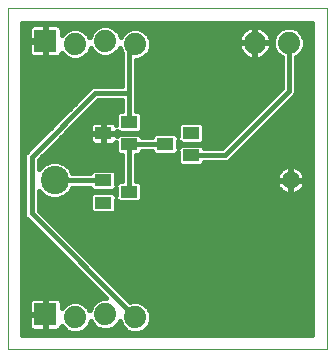
<source format=gtl>
G75*
%MOIN*%
%OFA0B0*%
%FSLAX25Y25*%
%IPPOS*%
%LPD*%
%AMOC8*
5,1,8,0,0,1.08239X$1,22.5*
%
%ADD10C,0.00000*%
%ADD11C,0.05937*%
%ADD12C,0.09449*%
%ADD13R,0.05512X0.03937*%
%ADD14R,0.07400X0.07400*%
%ADD15C,0.07400*%
%ADD16C,0.01600*%
D10*
X0057194Y0051406D02*
X0057194Y0165068D01*
X0163454Y0165068D01*
X0163454Y0051406D01*
X0057194Y0051406D01*
D11*
X0151446Y0107863D03*
D12*
X0072746Y0107863D03*
D13*
X0088965Y0107784D03*
X0088965Y0100304D03*
X0097627Y0104044D03*
X0097587Y0119753D03*
X0097587Y0127233D03*
X0088926Y0123493D03*
X0109635Y0119871D03*
X0118296Y0123611D03*
X0118296Y0116131D03*
D14*
X0069635Y0154229D03*
X0069635Y0063166D03*
D15*
X0079635Y0062166D03*
X0089635Y0063166D03*
X0099635Y0062166D03*
X0099635Y0153229D03*
X0089635Y0154229D03*
X0079635Y0153229D03*
X0139407Y0153650D03*
X0150807Y0153650D03*
D16*
X0150894Y0153563D01*
X0150894Y0137627D01*
X0129398Y0116131D01*
X0118296Y0116131D01*
X0113940Y0115740D02*
X0099987Y0115740D01*
X0099987Y0116184D02*
X0101006Y0116184D01*
X0101943Y0117122D01*
X0101943Y0117471D01*
X0105279Y0117471D01*
X0105279Y0117240D01*
X0106216Y0116302D01*
X0113053Y0116302D01*
X0113940Y0117189D01*
X0113940Y0113499D01*
X0114877Y0112562D01*
X0121715Y0112562D01*
X0122652Y0113499D01*
X0122652Y0113731D01*
X0129876Y0113731D01*
X0130758Y0114096D01*
X0152254Y0135592D01*
X0152929Y0136267D01*
X0153294Y0137149D01*
X0153294Y0148944D01*
X0153809Y0149157D01*
X0155300Y0150648D01*
X0156107Y0152596D01*
X0156107Y0154705D01*
X0155300Y0156653D01*
X0153809Y0158144D01*
X0151861Y0158950D01*
X0149753Y0158950D01*
X0147805Y0158144D01*
X0146314Y0156653D01*
X0145507Y0154705D01*
X0145507Y0152596D01*
X0146314Y0150648D01*
X0147805Y0149157D01*
X0148494Y0148872D01*
X0148494Y0138621D01*
X0128404Y0118531D01*
X0122652Y0118531D01*
X0122652Y0118762D01*
X0121715Y0119699D01*
X0114877Y0119699D01*
X0113991Y0118812D01*
X0113991Y0120929D01*
X0114877Y0120043D01*
X0121715Y0120043D01*
X0122652Y0120980D01*
X0122652Y0126242D01*
X0121715Y0127180D01*
X0114877Y0127180D01*
X0113940Y0126242D01*
X0113940Y0122552D01*
X0113053Y0123439D01*
X0106216Y0123439D01*
X0105279Y0122502D01*
X0105279Y0122271D01*
X0101943Y0122271D01*
X0101943Y0122384D01*
X0101006Y0123321D01*
X0094169Y0123321D01*
X0093482Y0122634D01*
X0093482Y0123309D01*
X0089110Y0123309D01*
X0089110Y0123677D01*
X0088742Y0123677D01*
X0088742Y0127261D01*
X0085933Y0127261D01*
X0085475Y0127139D01*
X0085065Y0126902D01*
X0084730Y0126567D01*
X0084493Y0126156D01*
X0084370Y0125698D01*
X0084370Y0123677D01*
X0088742Y0123677D01*
X0088742Y0123309D01*
X0084370Y0123309D01*
X0084370Y0121287D01*
X0084493Y0120830D01*
X0084730Y0120419D01*
X0085065Y0120084D01*
X0085475Y0119847D01*
X0085933Y0119724D01*
X0088742Y0119724D01*
X0088742Y0123309D01*
X0089110Y0123309D01*
X0089110Y0119724D01*
X0091919Y0119724D01*
X0092377Y0119847D01*
X0092787Y0120084D01*
X0093122Y0120419D01*
X0093231Y0120608D01*
X0093231Y0117122D01*
X0094169Y0116184D01*
X0095187Y0116184D01*
X0095187Y0107613D01*
X0094208Y0107613D01*
X0093321Y0106726D01*
X0093321Y0110415D01*
X0092384Y0111353D01*
X0085547Y0111353D01*
X0084609Y0110415D01*
X0084609Y0110184D01*
X0078630Y0110184D01*
X0078107Y0111445D01*
X0076328Y0113225D01*
X0074004Y0114187D01*
X0071488Y0114187D01*
X0069163Y0113225D01*
X0067468Y0111529D01*
X0067468Y0114585D01*
X0087322Y0134439D01*
X0095187Y0134439D01*
X0095187Y0130802D01*
X0094169Y0130802D01*
X0093231Y0129864D01*
X0093231Y0126377D01*
X0093122Y0126567D01*
X0092787Y0126902D01*
X0092377Y0127139D01*
X0091919Y0127261D01*
X0089110Y0127261D01*
X0089110Y0123677D01*
X0093482Y0123677D01*
X0093482Y0124351D01*
X0094169Y0123665D01*
X0101006Y0123665D01*
X0101943Y0124602D01*
X0101943Y0129864D01*
X0101006Y0130802D01*
X0099987Y0130802D01*
X0099987Y0147929D01*
X0100689Y0147929D01*
X0102637Y0148736D01*
X0104128Y0150227D01*
X0104935Y0152175D01*
X0104935Y0154283D01*
X0104128Y0156231D01*
X0102637Y0157722D01*
X0100689Y0158529D01*
X0098580Y0158529D01*
X0096632Y0157722D01*
X0095142Y0156231D01*
X0094842Y0155508D01*
X0094128Y0157231D01*
X0092637Y0158722D01*
X0090689Y0159529D01*
X0088580Y0159529D01*
X0086632Y0158722D01*
X0085142Y0157231D01*
X0084428Y0155508D01*
X0084128Y0156231D01*
X0082637Y0157722D01*
X0080689Y0158529D01*
X0078580Y0158529D01*
X0076632Y0157722D01*
X0075142Y0156231D01*
X0075135Y0156215D01*
X0075135Y0158166D01*
X0075012Y0158624D01*
X0074775Y0159034D01*
X0074440Y0159369D01*
X0074029Y0159606D01*
X0073572Y0159729D01*
X0069835Y0159729D01*
X0069835Y0154429D01*
X0069435Y0154429D01*
X0069435Y0159729D01*
X0065698Y0159729D01*
X0065240Y0159606D01*
X0064829Y0159369D01*
X0064494Y0159034D01*
X0064257Y0158624D01*
X0064135Y0158166D01*
X0064135Y0154429D01*
X0069435Y0154429D01*
X0069435Y0154029D01*
X0069835Y0154029D01*
X0069835Y0148729D01*
X0073572Y0148729D01*
X0074029Y0148852D01*
X0074440Y0149089D01*
X0074775Y0149424D01*
X0075012Y0149834D01*
X0075127Y0150263D01*
X0075142Y0150227D01*
X0076632Y0148736D01*
X0078580Y0147929D01*
X0080689Y0147929D01*
X0082637Y0148736D01*
X0084128Y0150227D01*
X0084842Y0151951D01*
X0085142Y0151227D01*
X0086632Y0149736D01*
X0088580Y0148929D01*
X0090689Y0148929D01*
X0092637Y0149736D01*
X0094128Y0151227D01*
X0094428Y0151951D01*
X0095142Y0150227D01*
X0095187Y0150181D01*
X0095187Y0139239D01*
X0085850Y0139239D01*
X0084968Y0138874D01*
X0063033Y0116939D01*
X0062668Y0116057D01*
X0062668Y0096256D01*
X0063033Y0095374D01*
X0063708Y0094698D01*
X0089941Y0068466D01*
X0088580Y0068466D01*
X0086632Y0067659D01*
X0085142Y0066168D01*
X0084428Y0064445D01*
X0084128Y0065168D01*
X0082637Y0066659D01*
X0080689Y0067466D01*
X0078580Y0067466D01*
X0076632Y0066659D01*
X0075142Y0065168D01*
X0075135Y0065152D01*
X0075135Y0067103D01*
X0075012Y0067561D01*
X0074775Y0067971D01*
X0074440Y0068306D01*
X0074029Y0068543D01*
X0073572Y0068666D01*
X0069835Y0068666D01*
X0069835Y0063366D01*
X0069435Y0063366D01*
X0069435Y0068666D01*
X0065698Y0068666D01*
X0065240Y0068543D01*
X0064829Y0068306D01*
X0064494Y0067971D01*
X0064257Y0067561D01*
X0064135Y0067103D01*
X0064135Y0063366D01*
X0069435Y0063366D01*
X0069435Y0062966D01*
X0069835Y0062966D01*
X0069835Y0057666D01*
X0073572Y0057666D01*
X0074029Y0057789D01*
X0074440Y0058026D01*
X0074775Y0058361D01*
X0075012Y0058771D01*
X0075127Y0059200D01*
X0075142Y0059164D01*
X0076632Y0057673D01*
X0078580Y0056866D01*
X0080689Y0056866D01*
X0082637Y0057673D01*
X0084128Y0059164D01*
X0084842Y0060888D01*
X0085142Y0060164D01*
X0086632Y0058673D01*
X0088580Y0057866D01*
X0090689Y0057866D01*
X0092637Y0058673D01*
X0094128Y0060164D01*
X0094428Y0060888D01*
X0095142Y0059164D01*
X0096632Y0057673D01*
X0098580Y0056866D01*
X0100689Y0056866D01*
X0102637Y0057673D01*
X0104128Y0059164D01*
X0104935Y0061112D01*
X0104935Y0063220D01*
X0104128Y0065168D01*
X0102637Y0066659D01*
X0100689Y0067466D01*
X0098580Y0067466D01*
X0097978Y0067217D01*
X0067468Y0097727D01*
X0067468Y0104197D01*
X0069163Y0102501D01*
X0071488Y0101539D01*
X0074004Y0101539D01*
X0076328Y0102501D01*
X0078107Y0104280D01*
X0078564Y0105384D01*
X0084609Y0105384D01*
X0084609Y0105153D01*
X0085547Y0104216D01*
X0092384Y0104216D01*
X0093271Y0105103D01*
X0093271Y0102986D01*
X0092384Y0103872D01*
X0085547Y0103872D01*
X0084609Y0102935D01*
X0084609Y0097673D01*
X0085547Y0096735D01*
X0092384Y0096735D01*
X0093321Y0097673D01*
X0093321Y0101362D01*
X0094208Y0100476D01*
X0101045Y0100476D01*
X0101983Y0101413D01*
X0101983Y0106675D01*
X0101045Y0107613D01*
X0099987Y0107613D01*
X0099987Y0116184D01*
X0099987Y0114142D02*
X0113940Y0114142D01*
X0113991Y0118937D02*
X0114116Y0118937D01*
X0113991Y0120536D02*
X0114384Y0120536D01*
X0113940Y0123733D02*
X0101074Y0123733D01*
X0101943Y0125332D02*
X0113940Y0125332D01*
X0114628Y0126930D02*
X0101943Y0126930D01*
X0101943Y0128529D02*
X0138402Y0128529D01*
X0140001Y0130127D02*
X0101681Y0130127D01*
X0099987Y0131726D02*
X0141599Y0131726D01*
X0143198Y0133324D02*
X0099987Y0133324D01*
X0099987Y0134923D02*
X0144796Y0134923D01*
X0146395Y0136521D02*
X0099987Y0136521D01*
X0099987Y0138120D02*
X0147993Y0138120D01*
X0148494Y0139718D02*
X0099987Y0139718D01*
X0099987Y0141317D02*
X0148494Y0141317D01*
X0148494Y0142915D02*
X0099987Y0142915D01*
X0099987Y0144514D02*
X0148494Y0144514D01*
X0148494Y0146112D02*
X0099987Y0146112D01*
X0099987Y0147711D02*
X0148494Y0147711D01*
X0147653Y0149309D02*
X0142789Y0149309D01*
X0142990Y0149455D02*
X0143602Y0150067D01*
X0144111Y0150768D01*
X0144504Y0151539D01*
X0144772Y0152362D01*
X0144907Y0153218D01*
X0144907Y0153466D01*
X0139591Y0153466D01*
X0139591Y0148150D01*
X0139840Y0148150D01*
X0140695Y0148286D01*
X0141518Y0148553D01*
X0142290Y0148946D01*
X0142990Y0149455D01*
X0144182Y0150908D02*
X0146206Y0150908D01*
X0145544Y0152506D02*
X0144794Y0152506D01*
X0144907Y0153835D02*
X0144907Y0154083D01*
X0144772Y0154938D01*
X0144504Y0155762D01*
X0144111Y0156533D01*
X0143602Y0157233D01*
X0142990Y0157846D01*
X0142290Y0158354D01*
X0141518Y0158747D01*
X0140695Y0159015D01*
X0139840Y0159150D01*
X0139591Y0159150D01*
X0139591Y0153835D01*
X0139223Y0153835D01*
X0139223Y0159150D01*
X0138974Y0159150D01*
X0138119Y0159015D01*
X0137296Y0158747D01*
X0136524Y0158354D01*
X0135824Y0157846D01*
X0135212Y0157233D01*
X0134703Y0156533D01*
X0134310Y0155762D01*
X0134043Y0154938D01*
X0133907Y0154083D01*
X0133907Y0153835D01*
X0139223Y0153835D01*
X0139223Y0153466D01*
X0139591Y0153466D01*
X0139591Y0153835D01*
X0144907Y0153835D01*
X0144904Y0154105D02*
X0145507Y0154105D01*
X0145921Y0155703D02*
X0144523Y0155703D01*
X0143534Y0157302D02*
X0146963Y0157302D01*
X0149632Y0158900D02*
X0141048Y0158900D01*
X0139591Y0158900D02*
X0139223Y0158900D01*
X0137766Y0158900D02*
X0092207Y0158900D01*
X0094057Y0157302D02*
X0096212Y0157302D01*
X0094923Y0155703D02*
X0094761Y0155703D01*
X0094860Y0150908D02*
X0093809Y0150908D01*
X0095187Y0149309D02*
X0091606Y0149309D01*
X0095187Y0147711D02*
X0061994Y0147711D01*
X0061994Y0149309D02*
X0064609Y0149309D01*
X0064494Y0149424D02*
X0064829Y0149089D01*
X0065240Y0148852D01*
X0065698Y0148729D01*
X0069435Y0148729D01*
X0069435Y0154029D01*
X0064135Y0154029D01*
X0064135Y0150292D01*
X0064257Y0149834D01*
X0064494Y0149424D01*
X0064135Y0150908D02*
X0061994Y0150908D01*
X0061994Y0152506D02*
X0064135Y0152506D01*
X0061994Y0154105D02*
X0069435Y0154105D01*
X0069435Y0155703D02*
X0069835Y0155703D01*
X0069835Y0157302D02*
X0069435Y0157302D01*
X0069435Y0158900D02*
X0069835Y0158900D01*
X0074852Y0158900D02*
X0087062Y0158900D01*
X0085212Y0157302D02*
X0083057Y0157302D01*
X0084347Y0155703D02*
X0084509Y0155703D01*
X0084410Y0150908D02*
X0085461Y0150908D01*
X0087663Y0149309D02*
X0083210Y0149309D01*
X0076059Y0149309D02*
X0074660Y0149309D01*
X0069835Y0149309D02*
X0069435Y0149309D01*
X0069435Y0150908D02*
X0069835Y0150908D01*
X0069835Y0152506D02*
X0069435Y0152506D01*
X0064135Y0155703D02*
X0061994Y0155703D01*
X0061994Y0157302D02*
X0064135Y0157302D01*
X0064417Y0158900D02*
X0061994Y0158900D01*
X0061994Y0160268D02*
X0158654Y0160268D01*
X0158654Y0056206D01*
X0061994Y0056206D01*
X0061994Y0160268D01*
X0075135Y0157302D02*
X0076212Y0157302D01*
X0061994Y0146112D02*
X0095187Y0146112D01*
X0095187Y0144514D02*
X0061994Y0144514D01*
X0061994Y0142915D02*
X0095187Y0142915D01*
X0095187Y0141317D02*
X0061994Y0141317D01*
X0061994Y0139718D02*
X0095187Y0139718D01*
X0097587Y0136839D02*
X0086328Y0136839D01*
X0065068Y0115580D01*
X0065068Y0096733D01*
X0099635Y0062166D01*
X0103158Y0058194D02*
X0158654Y0058194D01*
X0158654Y0056596D02*
X0061994Y0056596D01*
X0061994Y0058194D02*
X0064661Y0058194D01*
X0064494Y0058361D02*
X0064829Y0058026D01*
X0065240Y0057789D01*
X0065698Y0057666D01*
X0069435Y0057666D01*
X0069435Y0062966D01*
X0064135Y0062966D01*
X0064135Y0059229D01*
X0064257Y0058771D01*
X0064494Y0058361D01*
X0064135Y0059793D02*
X0061994Y0059793D01*
X0061994Y0061391D02*
X0064135Y0061391D01*
X0061994Y0062990D02*
X0069435Y0062990D01*
X0069435Y0064588D02*
X0069835Y0064588D01*
X0069835Y0066187D02*
X0069435Y0066187D01*
X0069435Y0067785D02*
X0069835Y0067785D01*
X0074883Y0067785D02*
X0086936Y0067785D01*
X0085160Y0066187D02*
X0083109Y0066187D01*
X0084368Y0064588D02*
X0084487Y0064588D01*
X0089023Y0069384D02*
X0061994Y0069384D01*
X0061994Y0070982D02*
X0087425Y0070982D01*
X0085826Y0072581D02*
X0061994Y0072581D01*
X0061994Y0074179D02*
X0084228Y0074179D01*
X0082629Y0075778D02*
X0061994Y0075778D01*
X0061994Y0077376D02*
X0081030Y0077376D01*
X0079432Y0078975D02*
X0061994Y0078975D01*
X0061994Y0080573D02*
X0077833Y0080573D01*
X0076235Y0082172D02*
X0061994Y0082172D01*
X0061994Y0083770D02*
X0074636Y0083770D01*
X0073038Y0085369D02*
X0061994Y0085369D01*
X0061994Y0086967D02*
X0071439Y0086967D01*
X0069841Y0088566D02*
X0061994Y0088566D01*
X0061994Y0090164D02*
X0068242Y0090164D01*
X0066644Y0091763D02*
X0061994Y0091763D01*
X0061994Y0093361D02*
X0065045Y0093361D01*
X0063447Y0094960D02*
X0061994Y0094960D01*
X0061994Y0096558D02*
X0062668Y0096558D01*
X0062668Y0098157D02*
X0061994Y0098157D01*
X0061994Y0099755D02*
X0062668Y0099755D01*
X0062668Y0101354D02*
X0061994Y0101354D01*
X0061994Y0102952D02*
X0062668Y0102952D01*
X0062668Y0104551D02*
X0061994Y0104551D01*
X0061994Y0106149D02*
X0062668Y0106149D01*
X0062668Y0107748D02*
X0061994Y0107748D01*
X0061994Y0109346D02*
X0062668Y0109346D01*
X0062668Y0110945D02*
X0061994Y0110945D01*
X0061994Y0112543D02*
X0062668Y0112543D01*
X0062668Y0114142D02*
X0061994Y0114142D01*
X0061994Y0115740D02*
X0062668Y0115740D01*
X0061994Y0117339D02*
X0063433Y0117339D01*
X0061994Y0118937D02*
X0065032Y0118937D01*
X0066630Y0120536D02*
X0061994Y0120536D01*
X0061994Y0122134D02*
X0068229Y0122134D01*
X0069827Y0123733D02*
X0061994Y0123733D01*
X0061994Y0125332D02*
X0071426Y0125332D01*
X0073024Y0126930D02*
X0061994Y0126930D01*
X0061994Y0128529D02*
X0074623Y0128529D01*
X0076221Y0130127D02*
X0061994Y0130127D01*
X0061994Y0131726D02*
X0077820Y0131726D01*
X0079418Y0133324D02*
X0061994Y0133324D01*
X0061994Y0134923D02*
X0081017Y0134923D01*
X0082615Y0136521D02*
X0061994Y0136521D01*
X0061994Y0138120D02*
X0084214Y0138120D01*
X0086206Y0133324D02*
X0095187Y0133324D01*
X0095187Y0131726D02*
X0084608Y0131726D01*
X0083009Y0130127D02*
X0093494Y0130127D01*
X0093231Y0128529D02*
X0081411Y0128529D01*
X0079812Y0126930D02*
X0085114Y0126930D01*
X0084370Y0125332D02*
X0078214Y0125332D01*
X0076615Y0123733D02*
X0084370Y0123733D01*
X0084370Y0122134D02*
X0075017Y0122134D01*
X0073418Y0120536D02*
X0084662Y0120536D01*
X0088742Y0120536D02*
X0089110Y0120536D01*
X0089110Y0122134D02*
X0088742Y0122134D01*
X0088742Y0123733D02*
X0089110Y0123733D01*
X0089110Y0125332D02*
X0088742Y0125332D01*
X0088742Y0126930D02*
X0089110Y0126930D01*
X0092738Y0126930D02*
X0093231Y0126930D01*
X0093482Y0123733D02*
X0094100Y0123733D01*
X0093231Y0120536D02*
X0093190Y0120536D01*
X0093231Y0118937D02*
X0071820Y0118937D01*
X0070221Y0117339D02*
X0093231Y0117339D01*
X0095187Y0115740D02*
X0068623Y0115740D01*
X0067468Y0114142D02*
X0071378Y0114142D01*
X0074113Y0114142D02*
X0095187Y0114142D01*
X0095187Y0112543D02*
X0077009Y0112543D01*
X0078315Y0110945D02*
X0085139Y0110945D01*
X0088965Y0107784D02*
X0072746Y0107784D01*
X0072746Y0107863D01*
X0068482Y0112543D02*
X0067468Y0112543D01*
X0067468Y0102952D02*
X0068712Y0102952D01*
X0067468Y0101354D02*
X0084609Y0101354D01*
X0084627Y0102952D02*
X0076779Y0102952D01*
X0078219Y0104551D02*
X0085212Y0104551D01*
X0084609Y0099755D02*
X0067468Y0099755D01*
X0067468Y0098157D02*
X0084609Y0098157D01*
X0093321Y0098157D02*
X0158654Y0098157D01*
X0158654Y0099755D02*
X0093321Y0099755D01*
X0093321Y0101354D02*
X0093330Y0101354D01*
X0093271Y0104551D02*
X0092719Y0104551D01*
X0093321Y0107748D02*
X0095187Y0107748D01*
X0095187Y0109346D02*
X0093321Y0109346D01*
X0092792Y0110945D02*
X0095187Y0110945D01*
X0099987Y0110945D02*
X0147791Y0110945D01*
X0147808Y0110969D02*
X0147367Y0110362D01*
X0147027Y0109693D01*
X0146795Y0108980D01*
X0146677Y0108238D01*
X0146677Y0108047D01*
X0151261Y0108047D01*
X0151261Y0107679D01*
X0146677Y0107679D01*
X0146677Y0107488D01*
X0146795Y0106746D01*
X0147027Y0106033D01*
X0147367Y0105364D01*
X0147808Y0104757D01*
X0148339Y0104226D01*
X0148946Y0103785D01*
X0149615Y0103444D01*
X0150329Y0103212D01*
X0151070Y0103094D01*
X0151261Y0103094D01*
X0151261Y0107679D01*
X0151630Y0107679D01*
X0151630Y0108047D01*
X0156214Y0108047D01*
X0156214Y0108238D01*
X0156097Y0108980D01*
X0155865Y0109693D01*
X0155524Y0110362D01*
X0155083Y0110969D01*
X0154552Y0111500D01*
X0153945Y0111941D01*
X0153276Y0112282D01*
X0152562Y0112514D01*
X0151821Y0112631D01*
X0151630Y0112631D01*
X0151630Y0108047D01*
X0151261Y0108047D01*
X0151261Y0112631D01*
X0151070Y0112631D01*
X0150329Y0112514D01*
X0149615Y0112282D01*
X0148946Y0111941D01*
X0148339Y0111500D01*
X0147808Y0110969D01*
X0146914Y0109346D02*
X0099987Y0109346D01*
X0099987Y0107748D02*
X0151261Y0107748D01*
X0151630Y0107748D02*
X0158654Y0107748D01*
X0158654Y0109346D02*
X0155978Y0109346D01*
X0156214Y0107679D02*
X0151630Y0107679D01*
X0151630Y0103094D01*
X0151821Y0103094D01*
X0152562Y0103212D01*
X0153276Y0103444D01*
X0153945Y0103785D01*
X0154552Y0104226D01*
X0155083Y0104757D01*
X0155524Y0105364D01*
X0155865Y0106033D01*
X0156097Y0106746D01*
X0156214Y0107488D01*
X0156214Y0107679D01*
X0155903Y0106149D02*
X0158654Y0106149D01*
X0158654Y0104551D02*
X0154877Y0104551D01*
X0151630Y0104551D02*
X0151261Y0104551D01*
X0151261Y0106149D02*
X0151630Y0106149D01*
X0151630Y0109346D02*
X0151261Y0109346D01*
X0151261Y0110945D02*
X0151630Y0110945D01*
X0151630Y0112543D02*
X0151261Y0112543D01*
X0150514Y0112543D02*
X0099987Y0112543D01*
X0101943Y0117339D02*
X0105279Y0117339D01*
X0109635Y0119871D02*
X0097587Y0119871D01*
X0097587Y0119753D01*
X0097587Y0104044D01*
X0097627Y0104044D01*
X0101983Y0104551D02*
X0148014Y0104551D01*
X0146989Y0106149D02*
X0101983Y0106149D01*
X0101983Y0102952D02*
X0158654Y0102952D01*
X0158654Y0101354D02*
X0101924Y0101354D01*
X0083023Y0082172D02*
X0158654Y0082172D01*
X0158654Y0083770D02*
X0081425Y0083770D01*
X0079826Y0085369D02*
X0158654Y0085369D01*
X0158654Y0086967D02*
X0078228Y0086967D01*
X0076629Y0088566D02*
X0158654Y0088566D01*
X0158654Y0090164D02*
X0075031Y0090164D01*
X0073432Y0091763D02*
X0158654Y0091763D01*
X0158654Y0093361D02*
X0071834Y0093361D01*
X0070235Y0094960D02*
X0158654Y0094960D01*
X0158654Y0096558D02*
X0068637Y0096558D01*
X0084622Y0080573D02*
X0158654Y0080573D01*
X0158654Y0078975D02*
X0086220Y0078975D01*
X0087819Y0077376D02*
X0158654Y0077376D01*
X0158654Y0075778D02*
X0089417Y0075778D01*
X0091016Y0074179D02*
X0158654Y0074179D01*
X0158654Y0072581D02*
X0092614Y0072581D01*
X0094213Y0070982D02*
X0158654Y0070982D01*
X0158654Y0069384D02*
X0095811Y0069384D01*
X0097410Y0067785D02*
X0158654Y0067785D01*
X0158654Y0066187D02*
X0103109Y0066187D01*
X0104368Y0064588D02*
X0158654Y0064588D01*
X0158654Y0062990D02*
X0104935Y0062990D01*
X0104935Y0061391D02*
X0158654Y0061391D01*
X0158654Y0059793D02*
X0104388Y0059793D01*
X0096111Y0058194D02*
X0091480Y0058194D01*
X0093756Y0059793D02*
X0094881Y0059793D01*
X0087789Y0058194D02*
X0083158Y0058194D01*
X0084388Y0059793D02*
X0085513Y0059793D01*
X0076111Y0058194D02*
X0074608Y0058194D01*
X0069835Y0058194D02*
X0069435Y0058194D01*
X0069435Y0059793D02*
X0069835Y0059793D01*
X0069835Y0061391D02*
X0069435Y0061391D01*
X0064135Y0064588D02*
X0061994Y0064588D01*
X0061994Y0066187D02*
X0064135Y0066187D01*
X0064387Y0067785D02*
X0061994Y0067785D01*
X0075135Y0066187D02*
X0076160Y0066187D01*
X0130804Y0114142D02*
X0158654Y0114142D01*
X0158654Y0115740D02*
X0132402Y0115740D01*
X0134001Y0117339D02*
X0158654Y0117339D01*
X0158654Y0118937D02*
X0135599Y0118937D01*
X0137198Y0120536D02*
X0158654Y0120536D01*
X0158654Y0122134D02*
X0138796Y0122134D01*
X0140395Y0123733D02*
X0158654Y0123733D01*
X0158654Y0125332D02*
X0141993Y0125332D01*
X0143592Y0126930D02*
X0158654Y0126930D01*
X0158654Y0128529D02*
X0145190Y0128529D01*
X0146789Y0130127D02*
X0158654Y0130127D01*
X0158654Y0131726D02*
X0148387Y0131726D01*
X0149986Y0133324D02*
X0158654Y0133324D01*
X0158654Y0134923D02*
X0151584Y0134923D01*
X0153034Y0136521D02*
X0158654Y0136521D01*
X0158654Y0138120D02*
X0153294Y0138120D01*
X0153294Y0139718D02*
X0158654Y0139718D01*
X0158654Y0141317D02*
X0153294Y0141317D01*
X0153294Y0142915D02*
X0158654Y0142915D01*
X0158654Y0144514D02*
X0153294Y0144514D01*
X0153294Y0146112D02*
X0158654Y0146112D01*
X0158654Y0147711D02*
X0153294Y0147711D01*
X0153961Y0149309D02*
X0158654Y0149309D01*
X0158654Y0150908D02*
X0155408Y0150908D01*
X0156070Y0152506D02*
X0158654Y0152506D01*
X0158654Y0154105D02*
X0156107Y0154105D01*
X0155693Y0155703D02*
X0158654Y0155703D01*
X0158654Y0157302D02*
X0154651Y0157302D01*
X0151982Y0158900D02*
X0158654Y0158900D01*
X0139591Y0157302D02*
X0139223Y0157302D01*
X0139223Y0155703D02*
X0139591Y0155703D01*
X0139591Y0154105D02*
X0139223Y0154105D01*
X0139223Y0153466D02*
X0133907Y0153466D01*
X0133907Y0153218D01*
X0134043Y0152362D01*
X0134310Y0151539D01*
X0134703Y0150768D01*
X0135212Y0150067D01*
X0135824Y0149455D01*
X0136524Y0148946D01*
X0137296Y0148553D01*
X0138119Y0148286D01*
X0138974Y0148150D01*
X0139223Y0148150D01*
X0139223Y0153466D01*
X0139223Y0152506D02*
X0139591Y0152506D01*
X0139591Y0150908D02*
X0139223Y0150908D01*
X0139223Y0149309D02*
X0139591Y0149309D01*
X0136025Y0149309D02*
X0103210Y0149309D01*
X0104410Y0150908D02*
X0134632Y0150908D01*
X0134020Y0152506D02*
X0104935Y0152506D01*
X0104935Y0154105D02*
X0133910Y0154105D01*
X0134291Y0155703D02*
X0104347Y0155703D01*
X0103057Y0157302D02*
X0135280Y0157302D01*
X0136804Y0126930D02*
X0121964Y0126930D01*
X0122652Y0125332D02*
X0135205Y0125332D01*
X0133607Y0123733D02*
X0122652Y0123733D01*
X0122652Y0122134D02*
X0132008Y0122134D01*
X0130410Y0120536D02*
X0122208Y0120536D01*
X0122476Y0118937D02*
X0128811Y0118937D01*
X0152377Y0112543D02*
X0158654Y0112543D01*
X0158654Y0110945D02*
X0155101Y0110945D01*
X0099635Y0153229D02*
X0097587Y0151182D01*
X0097587Y0136839D01*
X0097587Y0127233D01*
M02*

</source>
